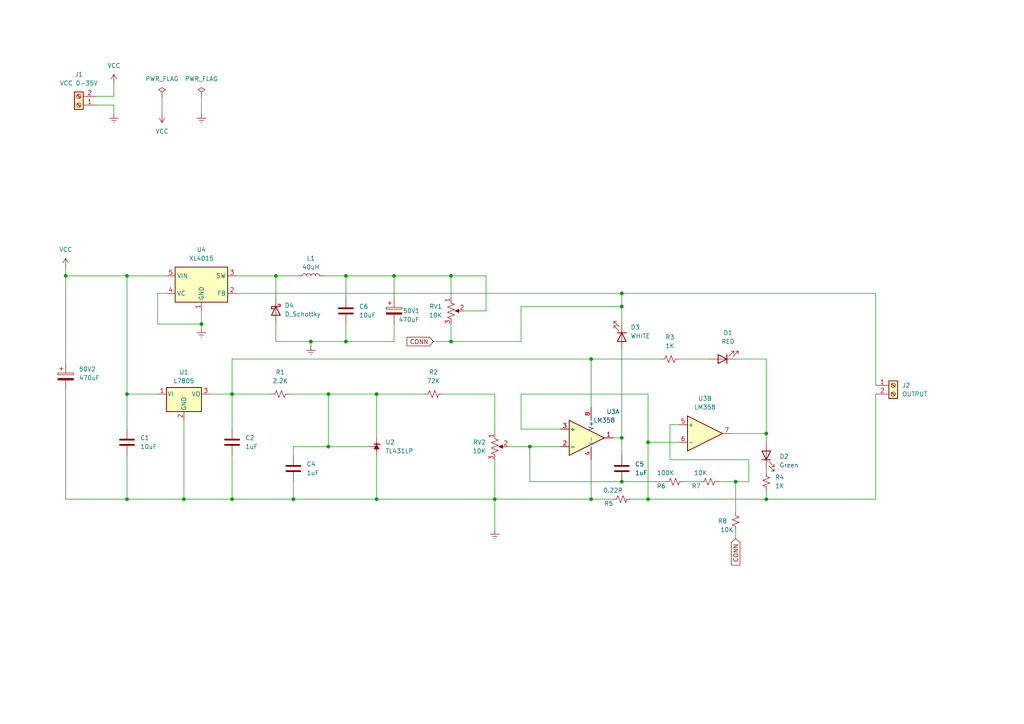
<source format=kicad_sch>
(kicad_sch (version 20230121) (generator eeschema)
  (paper "A4")
  (title_block (title "DC-DC  Converter , constant current and constant voltage output  module ") (date "29.11.2023") (rev "1.0") (company "by Muxtar_Safarov"))
  (lib_symbols
    (symbol "Amplifier_Operational:LM358" (pin_names (offset 0.127))
      (property "Reference" "U" (at 0 5.08 0))
      (property "Value" "LM358" (at 0 -5.08 0))
      (symbol "LM358_1_1"
        (polyline (pts (xy -5.08 5.08) (xy 5.08 0) (xy -5.08 -5.08) (xy -5.08 5.08)) (stroke (width 0.254)) (fill (type background)))
        (pin output line (at 7.62 0 180) (length 2.54) (name "~") (number "1"))
        (pin input line (at -7.62 -2.54 0) (length 2.54) (name "-") (number "2"))
        (pin input line (at -7.62 2.54 0) (length 2.54) (name "+") (number "3"))
      )
      (symbol "LM358_2_1"
        (polyline (pts (xy -5.08 5.08) (xy 5.08 0) (xy -5.08 -5.08) (xy -5.08 5.08)) (stroke (width 0.254)) (fill (type background)))
        (pin input line (at -7.62 2.54 0) (length 2.54) (name "+") (number "5"))
        (pin input line (at -7.62 -2.54 0) (length 2.54) (name "-") (number "6"))
        (pin output line (at 7.62 0 180) (length 2.54) (name "~") (number "7"))
      )
      (symbol "LM358_3_1"
        (pin power_in line (at -2.54 -7.62 90) (length 3.81) (name "V-") (number "4"))
        (pin power_in line (at -2.54 7.62 270) (length 3.81) (name "V+") (number "8"))
      )
    )
    (symbol "Connector:Screw_Terminal_01x02" (pin_names (offset 1.016) hide)
      (property "Reference" "J" (at 0 2.54 0))
      (property "Value" "Screw_Terminal_01x02" (at 0 -5.08 0))
      (symbol "Screw_Terminal_01x02_1_1"
        (rectangle (start -1.27 1.27) (end 1.27 -3.81) (stroke (width 0.254)) (fill (type background)))
        (circle (center 0 -2.54) (radius 0.635) (stroke (width 0.1524)))
        (polyline (pts (xy -0.5334 -2.2098) (xy 0.3302 -3.048)) (stroke (width 0.1524)))
        (polyline (pts (xy -0.5334 0.3302) (xy 0.3302 -0.508)) (stroke (width 0.1524)))
        (polyline (pts (xy -0.3556 -2.032) (xy 0.508 -2.8702)) (stroke (width 0.1524)))
        (polyline (pts (xy -0.3556 0.508) (xy 0.508 -0.3302)) (stroke (width 0.1524)))
        (circle (center 0 0) (radius 0.635) (stroke (width 0.1524)))
        (pin passive line (at -5.08 0 0) (length 3.81) (name "Pin_1") (number "1"))
        (pin passive line (at -5.08 -2.54 0) (length 3.81) (name "Pin_2") (number "2"))
      )
    )
    (symbol "Device:C" (pin_numbers hide) (pin_names (offset 0.254))
      (property "Reference" "C" (at 0.635 2.54 0))
      (property "Value" "C" (at 0.635 -2.54 0))
      (symbol "C_0_1"
        (polyline (pts (xy -2.032 -0.762) (xy 2.032 -0.762)) (stroke (width 0.508)))
        (polyline (pts (xy -2.032 0.762) (xy 2.032 0.762)) (stroke (width 0.508)))
      )
      (symbol "C_1_1"
        (pin passive line (at 0 3.81 270) (length 2.794) (name "~") (number "1"))
        (pin passive line (at 0 -3.81 90) (length 2.794) (name "~") (number "2"))
      )
    )
    (symbol "Device:C_Polarized" (pin_numbers hide) (pin_names (offset 0.254))
      (property "Reference" "C" (at 0.635 2.54 0))
      (property "Value" "C_Polarized" (at 0.635 -2.54 0))
      (symbol "C_Polarized_0_1"
        (rectangle (start -2.286 0.508) (end 2.286 1.016))
        (polyline (pts (xy -1.778 2.286) (xy -0.762 2.286)))
        (polyline (pts (xy -1.27 2.794) (xy -1.27 1.778)))
        (rectangle (start 2.286 -0.508) (end -2.286 -1.016) (fill (type outline)))
      )
      (symbol "C_Polarized_1_1"
        (pin passive line (at 0 3.81 270) (length 2.794) (name "~") (number "1"))
        (pin passive line (at 0 -3.81 90) (length 2.794) (name "~") (number "2"))
      )
    )
    (symbol "Device:D_Schottky" (pin_numbers hide) (pin_names (offset 1.016) hide)
      (property "Reference" "D" (at 0 2.54 0))
      (property "Value" "D_Schottky" (at 0 -2.54 0))
      (symbol "D_Schottky_0_1"
        (polyline (pts (xy 1.27 0) (xy -1.27 0)))
        (polyline (pts (xy 1.27 1.27) (xy 1.27 -1.27) (xy -1.27 0) (xy 1.27 1.27)) (stroke (width 0.254)))
        (polyline (pts (xy -1.905 0.635) (xy -1.905 1.27) (xy -1.27 1.27) (xy -1.27 -1.27) (xy -0.635 -1.27) (xy -0.635 -0.635)) (stroke (width 0.254)))
      )
      (symbol "D_Schottky_1_1"
        (pin passive line (at -3.81 0 0) (length 2.54) (name "K") (number "1"))
        (pin passive line (at 3.81 0 180) (length 2.54) (name "A") (number "2"))
      )
    )
    (symbol "Device:L" (pin_numbers hide) (pin_names (offset 1.016) hide)
      (property "Reference" "L" (at -1.27 0 90))
      (property "Value" "L" (at 1.905 0 90))
      (symbol "L_0_1"
        (arc (start 0 -2.54) (mid 0.6323 -1.905) (end 0 -1.27))
        (arc (start 0 -1.27) (mid 0.6323 -0.635) (end 0 0))
        (arc (start 0 0) (mid 0.6323 0.635) (end 0 1.27))
        (arc (start 0 1.27) (mid 0.6323 1.905) (end 0 2.54))
      )
      (symbol "L_1_1"
        (pin passive line (at 0 3.81 270) (length 1.27) (name "1") (number "1"))
        (pin passive line (at 0 -3.81 90) (length 1.27) (name "2") (number "2"))
      )
    )
    (symbol "Device:LED" (pin_numbers hide) (pin_names (offset 1.016) hide)
      (property "Reference" "D" (at 0 2.54 0))
      (property "Value" "LED" (at 0 -2.54 0))
      (symbol "LED_0_1"
        (polyline (pts (xy -1.27 -1.27) (xy -1.27 1.27)) (stroke (width 0.254)))
        (polyline (pts (xy -1.27 0) (xy 1.27 0)))
        (polyline (pts (xy 1.27 -1.27) (xy 1.27 1.27) (xy -1.27 0) (xy 1.27 -1.27)) (stroke (width 0.254)))
        (polyline (pts (xy -3.048 -0.762) (xy -4.572 -2.286) (xy -3.81 -2.286) (xy -4.572 -2.286) (xy -4.572 -1.524)))
        (polyline (pts (xy -1.778 -0.762) (xy -3.302 -2.286) (xy -2.54 -2.286) (xy -3.302 -2.286) (xy -3.302 -1.524)))
      )
      (symbol "LED_1_1"
        (pin passive line (at -3.81 0 0) (length 2.54) (name "K") (number "1"))
        (pin passive line (at 3.81 0 180) (length 2.54) (name "A") (number "2"))
      )
    )
    (symbol "Device:R_Potentiometer_US" (pin_names (offset 1.016) hide)
      (property "Reference" "RV" (at -4.445 0 90))
      (property "Value" "R_Potentiometer_US" (at -2.54 0 90))
      (symbol "R_Potentiometer_US_0_1"
        (polyline (pts (xy 0 -2.286) (xy 0 -2.54)))
        (polyline (pts (xy 0 2.54) (xy 0 2.286)))
        (polyline (pts (xy 2.54 0) (xy 1.524 0)))
        (polyline (pts (xy 1.143 0) (xy 2.286 0.508) (xy 2.286 -0.508) (xy 1.143 0)) (fill (type outline)))
        (polyline (pts (xy 0 -0.762) (xy 1.016 -1.143) (xy 0 -1.524) (xy -1.016 -1.905) (xy 0 -2.286)))
        (polyline (pts (xy 0 0.762) (xy 1.016 0.381) (xy 0 0) (xy -1.016 -0.381) (xy 0 -0.762)))
        (polyline (pts (xy 0 2.286) (xy 1.016 1.905) (xy 0 1.524) (xy -1.016 1.143) (xy 0 0.762)))
      )
      (symbol "R_Potentiometer_US_1_1"
        (pin passive line (at 0 3.81 270) (length 1.27) (name "1") (number "1"))
        (pin passive line (at 3.81 0 180) (length 1.27) (name "2") (number "2"))
        (pin passive line (at 0 -3.81 90) (length 1.27) (name "3") (number "3"))
      )
    )
    (symbol "Device:R_Small_US" (pin_numbers hide) (pin_names (offset 0.254) hide)
      (property "Reference" "R" (at 0.762 0.508 0))
      (property "Value" "R_Small_US" (at 0.762 -1.016 0))
      (symbol "R_Small_US_1_1"
        (polyline (pts (xy 0 0) (xy 1.016 -0.381) (xy 0 -0.762) (xy -1.016 -1.143) (xy 0 -1.524)))
        (polyline (pts (xy 0 1.524) (xy 1.016 1.143) (xy 0 0.762) (xy -1.016 0.381) (xy 0 0)))
        (pin passive line (at 0 2.54 270) (length 1.016) (name "~") (number "1"))
        (pin passive line (at 0 -2.54 90) (length 1.016) (name "~") (number "2"))
      )
    )
    (symbol "Reference_Voltage:TL431LP" (pin_numbers hide) (pin_names hide)
      (property "Reference" "U" (at -2.54 2.54 0))
      (property "Value" "TL431LP" (at 0 -2.54 0))
      (symbol "TL431LP_0_1"
        (polyline (pts (xy -1.27 0) (xy 0 0) (xy 1.27 0)))
        (polyline (pts (xy -0.762 0.762) (xy 0.762 0) (xy -0.762 -0.762)) (fill (type outline)))
        (polyline (pts (xy 0.508 -1.016) (xy 0.762 -0.762) (xy 0.762 0.762) (xy 0.762 0.762)) (stroke (width 0.254)))
      )
      (symbol "TL431LP_1_1"
        (pin passive line (at 0 2.54 270) (length 2.54) (name "REF") (number "1"))
        (pin passive line (at -2.54 0 0) (length 2.54) (name "A") (number "2"))
        (pin passive line (at 2.54 0 180) (length 2.54) (name "K") (number "3"))
      )
    )
    (symbol "Regulator_Linear:LM7805_TO220" (pin_names (offset 0.254))
      (property "Reference" "U" (at -3.81 3.175 0))
      (property "Value" "LM7805_TO220" (at 0 3.175 0))
      (symbol "LM7805_TO220_0_1"
        (rectangle (start -5.08 1.905) (end 5.08 -5.08) (stroke (width 0.254)) (fill (type background)))
      )
      (symbol "LM7805_TO220_1_1"
        (pin power_in line (at -7.62 0 0) (length 2.54) (name "VI") (number "1"))
        (pin power_in line (at 0 -7.62 90) (length 2.54) (name "GND") (number "2"))
        (pin power_out line (at 7.62 0 180) (length 2.54) (name "VO") (number "3"))
      )
    )
    (symbol "Regulator_Switching:XL4015"
      (property "Reference" "U?" (at -6.35 6.35 0))
      (property "Value" "XL4015" (at 6.35 6.35 0))
      (symbol "XL4015_0_1"
        (rectangle (start -7.62 5.08) (end 7.62 -5.08) (stroke (width 0.254)) (fill (type background)))
      )
      (symbol "XL4015_1_1"
        (pin power_in line (at 0 -7.62 90) (length 2.54) (name "GND") (number "1"))
        (pin input line (at 10.16 -2.54 180) (length 2.54) (name "FB") (number "2"))
        (pin power_out line (at 10.16 2.54 180) (length 2.54) (name "SW") (number "3"))
        (pin input line (at -10.16 -2.54 0) (length 2.54) (name "VC") (number "4"))
        (pin power_in line (at -10.16 2.54 0) (length 2.54) (name "VIN") (number "5"))
      )
    )
    (symbol "power:Earth" (power) (pin_names (offset 0))
      (symbol "Earth_0_1"
        (polyline (pts (xy -0.635 -1.905) (xy 0.635 -1.905)))
        (polyline (pts (xy -0.127 -2.54) (xy 0.127 -2.54)))
        (polyline (pts (xy 0 -1.27) (xy 0 0)))
        (polyline (pts (xy 1.27 -1.27) (xy -1.27 -1.27)))
      )
      (symbol "Earth_1_1"
        (pin power_in line (at 0 0 270) (length 0) hide (name "Earth") (number "1"))
      )
    )
    (symbol "power:PWR_FLAG" (power) (pin_numbers hide) (pin_names (offset 0) hide)
      (property "Value" "PWR_FLAG" (at 0 3.81 0))
      (symbol "PWR_FLAG_0_0"
        (pin power_out line (at 0 0 90) (length 0) (name "pwr") (number "1"))
      )
      (symbol "PWR_FLAG_0_1"
        (polyline (pts (xy 0 0) (xy 0 1.27) (xy -1.016 1.905) (xy 0 2.54) (xy 1.016 1.905) (xy 0 1.27)))
      )
    )
    (symbol "power:VCC" (power) (pin_names (offset 0))
      (property "Value" "VCC" (at 0 3.81 0))
      (symbol "VCC_0_1"
        (polyline (pts (xy -0.762 1.27) (xy 0 2.54)))
        (polyline (pts (xy 0 0) (xy 0 2.54)))
        (polyline (pts (xy 0 2.54) (xy 0.762 1.27)))
      )
      (symbol "VCC_1_1"
        (pin power_in line (at 0 0 90) (length 0) hide (name "VCC") (number "1"))
      )
    )
  )
  (junction (at 143.51 144.78))
  (junction (at 180.34 88.9))
  (junction (at 67.31 114.3))
  (junction (at 109.22 114.3))
  (junction (at 58.42 93.98))
  (junction (at 109.22 144.78))
  (junction (at 222.25 144.78))
  (junction (at 90.17 99.06))
  (junction (at 222.25 125.73))
  (junction (at 95.25 114.3))
  (junction (at 100.33 99.06))
  (junction (at 171.45 144.78))
  (junction (at 130.81 99.06))
  (junction (at 36.83 144.78))
  (junction (at 180.34 127))
  (junction (at 19.05 80.01))
  (junction (at 85.09 144.78))
  (junction (at 180.34 139.7))
  (junction (at 180.34 85.09))
  (junction (at 153.67 129.54))
  (junction (at 53.34 144.78))
  (junction (at 36.83 114.3))
  (junction (at 114.3 80.01))
  (junction (at 67.31 144.78))
  (junction (at 130.81 80.01))
  (junction (at 95.25 129.54))
  (junction (at 187.96 128.27))
  (junction (at 100.33 80.01))
  (junction (at 171.45 104.14))
  (junction (at 213.36 139.7))
  (junction (at 187.96 144.78))
  (junction (at 36.83 80.01))
  (junction (at 80.01 80.01))
  (wire (pts (xy 153.67 139.7) (xy 153.67 129.54)))
  (wire (pts (xy 67.31 114.3) (xy 67.31 104.14)))
  (wire (pts (xy 100.33 80.01) (xy 114.3 80.01)))
  (wire (pts (xy 53.34 121.92) (xy 53.34 144.78)))
  (wire (pts (xy 48.26 85.09) (xy 45.72 85.09)))
  (wire (pts (xy 68.58 85.09) (xy 180.34 85.09)))
  (wire (pts (xy 171.45 118.11) (xy 171.45 104.14)))
  (wire (pts (xy 130.81 93.98) (xy 130.81 99.06)))
  (wire (pts (xy 100.33 86.36) (xy 100.33 80.01)))
  (wire (pts (xy 182.88 144.78) (xy 187.96 144.78)))
  (wire (pts (xy 95.25 114.3) (xy 95.25 129.54)))
  (wire (pts (xy 180.34 139.7) (xy 193.04 139.7)))
  (wire (pts (xy 53.34 144.78) (xy 67.31 144.78)))
  (wire (pts (xy 85.09 129.54) (xy 85.09 132.08)))
  (wire (pts (xy 222.25 144.78) (xy 222.25 142.24)))
  (wire (pts (xy 95.25 129.54) (xy 106.68 129.54)))
  (wire (pts (xy 130.81 86.36) (xy 130.81 80.01)))
  (wire (pts (xy 187.96 114.3) (xy 187.96 128.27)))
  (wire (pts (xy 114.3 93.98) (xy 114.3 99.06)))
  (wire (pts (xy 36.83 114.3) (xy 36.83 80.01)))
  (wire (pts (xy 114.3 80.01) (xy 130.81 80.01)))
  (wire (pts (xy 222.25 125.73) (xy 222.25 128.27)))
  (wire (pts (xy 45.72 85.09) (xy 45.72 93.98)))
  (wire (pts (xy 254 111.76) (xy 254 85.09)))
  (wire (pts (xy 125.73 99.06) (xy 130.81 99.06)))
  (wire (pts (xy 180.34 85.09) (xy 180.34 88.9)))
  (wire (pts (xy 46.99 27.94) (xy 46.99 33.02)))
  (wire (pts (xy 109.22 132.08) (xy 109.22 144.78)))
  (wire (pts (xy 85.09 129.54) (xy 95.25 129.54)))
  (wire (pts (xy 198.12 139.7) (xy 203.2 139.7)))
  (wire (pts (xy 58.42 27.94) (xy 58.42 33.02)))
  (wire (pts (xy 213.36 139.7) (xy 217.17 139.7)))
  (wire (pts (xy 151.13 114.3) (xy 187.96 114.3)))
  (wire (pts (xy 162.56 124.46) (xy 151.13 124.46)))
  (wire (pts (xy 187.96 144.78) (xy 222.25 144.78)))
  (wire (pts (xy 147.32 129.54) (xy 153.67 129.54)))
  (wire (pts (xy 109.22 144.78) (xy 143.51 144.78)))
  (wire (pts (xy 180.34 132.08) (xy 180.34 127)))
  (wire (pts (xy 143.51 114.3) (xy 128.27 114.3)))
  (wire (pts (xy 254 144.78) (xy 222.25 144.78)))
  (wire (pts (xy 67.31 114.3) (xy 78.74 114.3)))
  (wire (pts (xy 58.42 93.98) (xy 58.42 95.25)))
  (wire (pts (xy 85.09 144.78) (xy 109.22 144.78)))
  (wire (pts (xy 67.31 144.78) (xy 85.09 144.78)))
  (wire (pts (xy 114.3 86.36) (xy 114.3 80.01)))
  (wire (pts (xy 180.34 139.7) (xy 153.67 139.7)))
  (wire (pts (xy 36.83 80.01) (xy 48.26 80.01)))
  (wire (pts (xy 213.36 153.67) (xy 213.36 156.21)))
  (wire (pts (xy 45.72 93.98) (xy 58.42 93.98)))
  (wire (pts (xy 36.83 132.08) (xy 36.83 144.78)))
  (wire (pts (xy 222.25 104.14) (xy 222.25 125.73)))
  (wire (pts (xy 19.05 113.03) (xy 19.05 144.78)))
  (wire (pts (xy 213.36 148.59) (xy 213.36 139.7)))
  (wire (pts (xy 95.25 114.3) (xy 109.22 114.3)))
  (wire (pts (xy 171.45 144.78) (xy 143.51 144.78)))
  (wire (pts (xy 194.31 123.19) (xy 194.31 133.35)))
  (wire (pts (xy 90.17 99.06) (xy 100.33 99.06)))
  (wire (pts (xy 180.34 88.9) (xy 180.34 93.98)))
  (wire (pts (xy 143.51 144.78) (xy 143.51 153.67)))
  (wire (pts (xy 53.34 144.78) (xy 36.83 144.78)))
  (wire (pts (xy 67.31 132.08) (xy 67.31 144.78)))
  (wire (pts (xy 19.05 77.47) (xy 19.05 80.01)))
  (wire (pts (xy 80.01 86.36) (xy 80.01 80.01)))
  (wire (pts (xy 33.02 27.94) (xy 33.02 24.13)))
  (wire (pts (xy 83.82 114.3) (xy 95.25 114.3)))
  (wire (pts (xy 109.22 127) (xy 109.22 114.3)))
  (wire (pts (xy 27.94 30.48) (xy 33.02 30.48)))
  (wire (pts (xy 33.02 30.48) (xy 33.02 33.02)))
  (wire (pts (xy 171.45 144.78) (xy 177.8 144.78)))
  (wire (pts (xy 187.96 128.27) (xy 187.96 144.78)))
  (wire (pts (xy 100.33 99.06) (xy 114.3 99.06)))
  (wire (pts (xy 254 114.3) (xy 254 144.78)))
  (wire (pts (xy 143.51 133.35) (xy 143.51 144.78)))
  (wire (pts (xy 151.13 124.46) (xy 151.13 114.3)))
  (wire (pts (xy 254 85.09) (xy 180.34 85.09)))
  (wire (pts (xy 213.36 104.14) (xy 222.25 104.14)))
  (wire (pts (xy 194.31 133.35) (xy 217.17 133.35)))
  (wire (pts (xy 153.67 129.54) (xy 162.56 129.54)))
  (wire (pts (xy 222.25 125.73) (xy 212.09 125.73)))
  (wire (pts (xy 151.13 88.9) (xy 180.34 88.9)))
  (wire (pts (xy 140.97 80.01) (xy 130.81 80.01)))
  (wire (pts (xy 143.51 114.3) (xy 143.51 125.73)))
  (wire (pts (xy 85.09 139.7) (xy 85.09 144.78)))
  (wire (pts (xy 80.01 99.06) (xy 90.17 99.06)))
  (wire (pts (xy 68.58 80.01) (xy 80.01 80.01)))
  (wire (pts (xy 60.96 114.3) (xy 67.31 114.3)))
  (wire (pts (xy 100.33 93.98) (xy 100.33 99.06)))
  (wire (pts (xy 67.31 104.14) (xy 171.45 104.14)))
  (wire (pts (xy 222.25 135.89) (xy 222.25 137.16)))
  (wire (pts (xy 130.81 99.06) (xy 151.13 99.06)))
  (wire (pts (xy 27.94 27.94) (xy 33.02 27.94)))
  (wire (pts (xy 67.31 124.46) (xy 67.31 114.3)))
  (wire (pts (xy 196.85 123.19) (xy 194.31 123.19)))
  (wire (pts (xy 134.62 90.17) (xy 140.97 90.17)))
  (wire (pts (xy 80.01 93.98) (xy 80.01 99.06)))
  (wire (pts (xy 100.33 80.01) (xy 93.98 80.01)))
  (wire (pts (xy 36.83 114.3) (xy 45.72 114.3)))
  (wire (pts (xy 36.83 144.78) (xy 19.05 144.78)))
  (wire (pts (xy 109.22 114.3) (xy 123.19 114.3)))
  (wire (pts (xy 19.05 80.01) (xy 19.05 105.41)))
  (wire (pts (xy 196.85 104.14) (xy 205.74 104.14)))
  (wire (pts (xy 196.85 128.27) (xy 187.96 128.27)))
  (wire (pts (xy 171.45 104.14) (xy 191.77 104.14)))
  (wire (pts (xy 217.17 133.35) (xy 217.17 139.7)))
  (wire (pts (xy 151.13 99.06) (xy 151.13 88.9)))
  (wire (pts (xy 180.34 101.6) (xy 180.34 127)))
  (wire (pts (xy 90.17 100.33) (xy 90.17 99.06)))
  (wire (pts (xy 208.28 139.7) (xy 213.36 139.7)))
  (wire (pts (xy 171.45 133.35) (xy 171.45 144.78)))
  (wire (pts (xy 140.97 90.17) (xy 140.97 80.01)))
  (wire (pts (xy 177.8 127) (xy 180.34 127)))
  (wire (pts (xy 19.05 80.01) (xy 36.83 80.01)))
  (wire (pts (xy 80.01 80.01) (xy 86.36 80.01)))
  (wire (pts (xy 58.42 90.17) (xy 58.42 93.98)))
  (wire (pts (xy 36.83 124.46) (xy 36.83 114.3)))
  (global_label "CONN" (shape input) (at 213.36 156.21 270) (property "Intersheetrefs" "${INTERSHEET_REFS}" (effects hide)))
  (global_label "CONN" (shape input) (at 125.73 99.06 180) (property "Intersheetrefs" "${INTERSHEET_REFS}" (effects hide)))
  (symbol (lib_id "power:Earth") (at 58.42 95.25 0) (unit 1)
    (property "Reference" "#PWR05" (effects hide))
    (property "Value" "Earth" (effects hide))
  )
  (symbol (lib_id "power:Earth") (at 58.42 33.02 0) (unit 1)
    (property "Reference" "#PWR08" (effects hide))
    (property "Value" "Earth" (effects hide))
  )
  (symbol (lib_id "Amplifier_Operational:LM358") (at 204.47 125.73 0) (unit 2)
    (property "Reference" "U3" (at 204.47 115.57 0))
    (property "Value" "LM358" (at 204.47 118.11 0))
    (property "Footprint" "Package_DIP:DIP-8-16_W7.62mm" (effects hide))
    (property "Datasheet" "http://www.ti.com/lit/ds/symlink/lm2904-n.pdf" (effects hide))
  )
  (symbol (lib_id "power:VCC") (at 46.99 33.02 180) (unit 1)
    (property "Reference" "#PWR07" (effects hide))
    (property "Value" "VCC" (at 46.99 38.1 0))
  )
  (symbol (lib_id "Device:LED") (at 222.25 132.08 90) (unit 1)
    (property "Reference" "D2" (at 226.06 132.3975 90) (effects (justify right)))
    (property "Value" "Green" (at 226.06 134.9375 90) (effects (justify right)))
    (property "Footprint" "LED_THT:LED_D5.0mm_Clear" (effects hide))
  )
  (symbol (lib_id "Device:R_Potentiometer_US") (at 143.51 129.54 0) (unit 1)
    (property "Reference" "RV2" (at 140.97 128.27 0) (effects (justify right)))
    (property "Value" "10K" (at 140.97 130.81 0) (effects (justify right)))
    (property "Footprint" "Potentiometer_THT:Potentiometer_Vishay_148-149_Single_Horizontal" (effects hide))
  )
  (symbol (lib_id "Device:R_Small_US") (at 205.74 139.7 90) (unit 1)
    (property "Reference" "R7" (at 201.93 140.97 90))
    (property "Value" "10K" (at 203.2 137.16 90))
    (property "Footprint" "Resistor_THT:R_Axial_DIN0309_L9.0mm_D3.2mm_P12.70mm_Horizontal" (effects hide))
  )
  (symbol (lib_id "Connector:Screw_Terminal_01x02") (at 22.86 30.48 180) (unit 1)
    (property "Reference" "J1" (at 22.86 21.59 0))
    (property "Value" "VCC 0-35V" (at 22.86 24.13 0))
    (property "Footprint" "TerminalBlock:TerminalBlock_bornier-2_P5.08mm" (effects hide))
  )
  (symbol (lib_id "Device:L") (at 90.17 80.01 90) (unit 1)
    (property "Reference" "L1" (at 90.17 74.93 90))
    (property "Value" "40uH" (at 90.17 77.47 90))
    (property "Footprint" "Inductor_THT:L_Toroid_Horizontal_D17.3mm_P15.24mm_Bourns_2000" (effects hide))
  )
  (symbol (lib_id "Device:R_Small_US") (at 194.31 104.14 90) (unit 1)
    (property "Reference" "R3" (at 194.31 97.79 90))
    (property "Value" "1K" (at 194.31 100.33 90))
    (property "Footprint" "Resistor_THT:R_Axial_DIN0309_L9.0mm_D3.2mm_P12.70mm_Horizontal" (effects hide))
  )
  (symbol (lib_id "power:Earth") (at 90.17 100.33 0) (unit 1)
    (property "Reference" "#PWR06" (effects hide))
    (property "Value" "Earth" (effects hide))
  )
  (symbol (lib_id "Device:C_Polarized") (at 114.3 90.17 0) (unit 1)
    (property "Reference" "50V1" (at 116.84 90.17 0) (effects (justify left)))
    (property "Value" "470uF" (at 115.57 92.71 0) (effects (justify left)))
    (property "Footprint" "Capacitor_THT:CP_Radial_D12.5mm_P7.50mm" (effects hide))
  )
  (symbol (lib_id "Device:R_Small_US") (at 213.36 151.13 180) (unit 1)
    (property "Reference" "R8" (at 209.55 151.13 0))
    (property "Value" "10K" (at 210.82 153.67 0))
    (property "Footprint" "Resistor_THT:R_Axial_DIN0309_L9.0mm_D3.2mm_P12.70mm_Horizontal" (effects hide))
  )
  (symbol (lib_id "Regulator_Linear:LM7805_TO220") (at 53.34 114.3 0) (unit 1)
    (property "Reference" "U1" (at 53.34 107.95 0))
    (property "Value" "L7805" (at 53.34 110.49 0))
    (property "Footprint" "Package_TO_SOT_THT:TO-220-3_Vertical" (effects hide))
    (property "Datasheet" "https://www.onsemi.cn/PowerSolutions/document/MC7800-D.PDF" (effects hide))
  )
  (symbol (lib_id "Device:C") (at 67.31 128.27 0) (unit 1)
    (property "Reference" "C2" (at 71.12 127 0) (effects (justify left)))
    (property "Value" "1uF" (at 71.12 129.54 0) (effects (justify left)))
    (property "Footprint" "Capacitor_THT:C_Disc_D8.0mm_W5.0mm_P7.50mm" (effects hide))
  )
  (symbol (lib_id "Device:R_Small_US") (at 81.28 114.3 90) (unit 1)
    (property "Reference" "R1" (at 81.28 107.95 90))
    (property "Value" "2.2K" (at 81.28 110.49 90))
    (property "Footprint" "Resistor_THT:R_Axial_DIN0309_L9.0mm_D3.2mm_P12.70mm_Horizontal" (effects hide))
  )
  (symbol (lib_id "Device:C") (at 180.34 135.89 0) (unit 1)
    (property "Reference" "C5" (at 184.15 134.62 0) (effects (justify left)))
    (property "Value" "1uF" (at 184.15 137.16 0) (effects (justify left)))
    (property "Footprint" "Capacitor_THT:C_Disc_D8.0mm_W5.0mm_P7.50mm" (effects hide))
  )
  (symbol (lib_id "Device:C") (at 100.33 90.17 0) (unit 1)
    (property "Reference" "C6" (at 104.14 88.9 0) (effects (justify left)))
    (property "Value" "10uF" (at 104.14 91.44 0) (effects (justify left)))
    (property "Footprint" "Capacitor_THT:C_Disc_D8.0mm_W5.0mm_P7.50mm" (effects hide))
  )
  (symbol (lib_id "Device:C") (at 85.09 135.89 0) (unit 1)
    (property "Reference" "C4" (at 88.9 134.62 0) (effects (justify left)))
    (property "Value" "1uF" (at 88.9 137.16 0) (effects (justify left)))
    (property "Footprint" "Capacitor_THT:C_Disc_D8.0mm_W5.0mm_P7.50mm" (effects hide))
  )
  (symbol (lib_id "Reference_Voltage:TL431LP") (at 109.22 129.54 90) (unit 1)
    (property "Reference" "U2" (at 111.76 128.27 90) (effects (justify right)))
    (property "Value" "TL431LP" (at 111.76 130.81 90) (effects (justify right)))
    (property "Footprint" "Package_TO_SOT_THT:TO-92_Inline" (effects hide))
    (property "Datasheet" "http://www.ti.com/lit/ds/symlink/tl431.pdf" (effects hide))
  )
  (symbol (lib_id "Device:C") (at 36.83 128.27 0) (unit 1)
    (property "Reference" "C1" (at 40.64 127 0) (effects (justify left)))
    (property "Value" "10uF" (at 40.64 129.54 0) (effects (justify left)))
    (property "Footprint" "Capacitor_THT:C_Disc_D8.0mm_W5.0mm_P7.50mm" (effects hide))
  )
  (symbol (lib_id "Amplifier_Operational:LM358") (at 173.99 125.73 0) (unit 3)
    (property "Reference" "U3" (effects hide))
    (property "Value" "LM358" (effects hide))
    (property "Footprint" "Package_DIP:DIP-8-16_W7.62mm" (effects hide))
    (property "Datasheet" "http://www.ti.com/lit/ds/symlink/lm2904-n.pdf" (effects hide))
  )
  (symbol (lib_id "Device:LED") (at 180.34 97.79 270) (unit 1)
    (property "Reference" "D3" (at 182.88 94.9325 90) (effects (justify left)))
    (property "Value" "WHITE" (at 182.88 97.4725 90) (effects (justify left)))
    (property "Footprint" "LED_THT:LED_D3.0mm_Horizontal_O3.81mm_Z6.0mm" (effects hide))
  )
  (symbol (lib_id "power:PWR_FLAG") (at 46.99 27.94 0) (unit 1)
    (property "Reference" "#FLG01" (effects hide))
    (property "Value" "PWR_FLAG" (at 46.99 22.86 0))
  )
  (symbol (lib_id "Amplifier_Operational:LM358") (at 170.18 127 0) (unit 1)
    (property "Reference" "U3" (at 177.8 119.38 0))
    (property "Value" "LM358" (at 175.26 121.92 0))
    (property "Footprint" "Package_DIP:DIP-8-16_W7.62mm" (effects hide))
    (property "Datasheet" "http://www.ti.com/lit/ds/symlink/lm2904-n.pdf" (effects hide))
  )
  (symbol (lib_id "power:VCC") (at 19.05 77.47 0) (unit 1)
    (property "Reference" "#PWR03" (effects hide))
    (property "Value" "VCC" (at 19.05 72.39 0))
  )
  (symbol (lib_id "power:Earth") (at 33.02 33.02 0) (unit 1)
    (property "Reference" "#PWR02" (effects hide))
    (property "Value" "Earth" (effects hide))
  )
  (symbol (lib_id "Device:LED") (at 209.55 104.14 180) (unit 1)
    (property "Reference" "D1" (at 211.1375 96.52 0))
    (property "Value" "RED" (at 211.1375 99.06 0))
    (property "Footprint" "LED_THT:LED_D5.0mm" (effects hide))
  )
  (symbol (lib_id "Device:D_Schottky") (at 80.01 90.17 270) (unit 1)
    (property "Reference" "D4" (at 82.55 88.5825 90) (effects (justify left)))
    (property "Value" "D_Schottky" (at 82.55 91.1225 90) (effects (justify left)))
    (property "Footprint" "Diode_THT:D_T-1_P10.16mm_Horizontal" (effects hide))
  )
  (symbol (lib_id "Device:R_Small_US") (at 180.34 144.78 90) (unit 1)
    (property "Reference" "R5" (at 176.53 146.05 90))
    (property "Value" "0.22R" (at 177.8 142.24 90))
    (property "Footprint" "Resistor_THT:R_Axial_DIN0309_L9.0mm_D3.2mm_P12.70mm_Horizontal" (effects hide))
  )
  (symbol (lib_id "power:PWR_FLAG") (at 58.42 27.94 0) (unit 1)
    (property "Reference" "#FLG02" (effects hide))
    (property "Value" "PWR_FLAG" (at 58.42 22.86 0))
  )
  (symbol (lib_id "Connector:Screw_Terminal_01x02") (at 259.08 111.76 0) (unit 1)
    (property "Reference" "J2" (at 261.62 111.76 0) (effects (justify left)))
    (property "Value" "OUTPUT" (at 261.62 114.3 0) (effects (justify left)))
    (property "Footprint" "TerminalBlock:TerminalBlock_bornier-2_P5.08mm" (effects hide))
  )
  (symbol (lib_id "Device:R_Small_US") (at 125.73 114.3 90) (unit 1)
    (property "Reference" "R2" (at 125.73 107.95 90))
    (property "Value" "72K" (at 125.73 110.49 90))
    (property "Footprint" "Resistor_THT:R_Axial_DIN0309_L9.0mm_D3.2mm_P12.70mm_Horizontal" (effects hide))
  )
  (symbol (lib_id "Device:C_Polarized") (at 19.05 109.22 0) (unit 1)
    (property "Reference" "50V2" (at 22.86 107.061 0) (effects (justify left)))
    (property "Value" "470uF" (at 22.86 109.601 0) (effects (justify left)))
    (property "Footprint" "Capacitor_THT:CP_Radial_D12.5mm_P7.50mm" (effects hide))
  )
  (symbol (lib_id "Regulator_Switching:XL4015") (at 58.42 82.55 0) (unit 1)
    (property "Reference" "U4" (at 58.42 72.39 0))
    (property "Value" "XL4015" (at 58.42 74.93 0))
    (property "Footprint" "Package_TO_SOT_SMD:TO-263-5_TabPin3" (effects hide))
    (property "Datasheet" "http://www.xlsemi.net/datasheet/XL4015%20datasheet-English.pdf" (effects hide))
  )
  (symbol (lib_id "Device:R_Small_US") (at 195.58 139.7 90) (unit 1)
    (property "Reference" "R6" (at 191.77 140.97 90))
    (property "Value" "100K" (at 193.04 137.16 90))
    (property "Footprint" "Resistor_THT:R_Axial_DIN0309_L9.0mm_D3.2mm_P12.70mm_Horizontal" (effects hide))
  )
  (symbol (lib_id "Device:R_Potentiometer_US") (at 130.81 90.17 0) (unit 1)
    (property "Reference" "RV1" (at 128.27 88.9 0) (effects (justify right)))
    (property "Value" "10K" (at 128.27 91.44 0) (effects (justify right)))
    (property "Footprint" "Potentiometer_THT:Potentiometer_Vishay_148-149_Single_Horizontal" (effects hide))
  )
  (symbol (lib_id "Device:R_Small_US") (at 222.25 139.7 180) (unit 1)
    (property "Reference" "R4" (at 224.79 138.43 0) (effects (justify right)))
    (property "Value" "1K" (at 224.79 140.97 0) (effects (justify right)))
    (property "Footprint" "Resistor_THT:R_Axial_DIN0309_L9.0mm_D3.2mm_P12.70mm_Horizontal" (effects hide))
  )
  (symbol (lib_id "power:VCC") (at 33.02 24.13 0) (unit 1)
    (property "Reference" "#PWR01" (effects hide))
    (property "Value" "VCC" (at 33.02 19.05 0))
  )
  (symbol (lib_id "power:Earth") (at 143.51 153.67 0) (unit 1)
    (property "Reference" "#PWR04" (effects hide))
    (property "Value" "Earth" (effects hide))
  )
)
</source>
